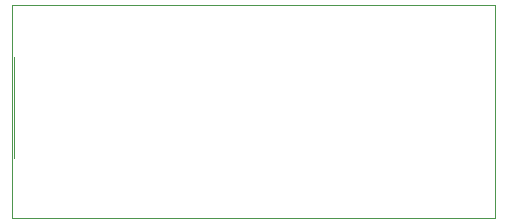
<source format=gbr>
%TF.GenerationSoftware,KiCad,Pcbnew,8.0.1*%
%TF.CreationDate,2024-04-10T12:00:33-07:00*%
%TF.ProjectId,LowPassFilter,4c6f7750-6173-4734-9669-6c7465722e6b,rev?*%
%TF.SameCoordinates,Original*%
%TF.FileFunction,Profile,NP*%
%FSLAX46Y46*%
G04 Gerber Fmt 4.6, Leading zero omitted, Abs format (unit mm)*
G04 Created by KiCad (PCBNEW 8.0.1) date 2024-04-10 12:00:33*
%MOMM*%
%LPD*%
G01*
G04 APERTURE LIST*
%TA.AperFunction,Profile*%
%ADD10C,0.050000*%
%TD*%
%TA.AperFunction,Profile*%
%ADD11C,0.100000*%
%TD*%
G04 APERTURE END LIST*
D10*
X127762000Y-86360000D02*
X168656000Y-86360000D01*
X168656000Y-104394000D01*
X127762000Y-104394000D01*
X127762000Y-86360000D01*
D11*
%TO.C,RF-IN*%
X127874000Y-90696000D02*
X127874000Y-99296000D01*
%TO.C,RF-OUT*%
X168584000Y-99296000D02*
X168584000Y-90696000D01*
%TD*%
M02*

</source>
